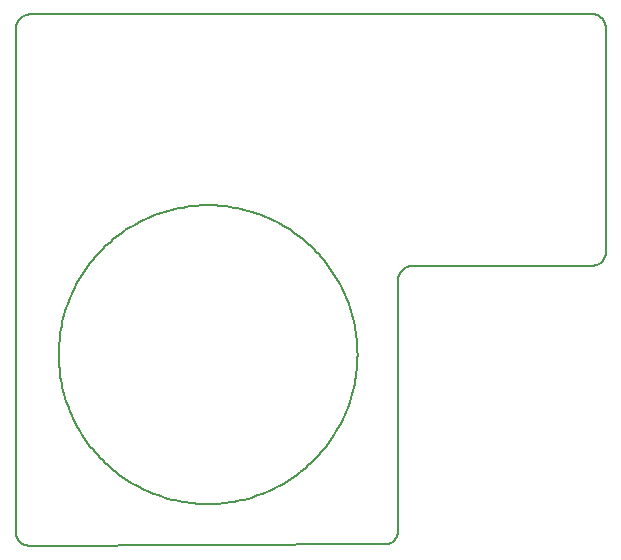
<source format=gbs>
G75*
%MOIN*%
%OFA0B0*%
%FSLAX25Y25*%
%IPPOS*%
%LPD*%
%AMOC8*
5,1,8,0,0,1.08239X$1,22.5*
%
%ADD10C,0.00600*%
D10*
X0010011Y0007670D02*
X0128330Y0008113D01*
X0128299Y0008120D02*
X0128434Y0008122D01*
X0128568Y0008128D01*
X0128703Y0008138D01*
X0128837Y0008151D01*
X0128970Y0008169D01*
X0129104Y0008190D01*
X0129236Y0008216D01*
X0129367Y0008245D01*
X0129498Y0008278D01*
X0129628Y0008315D01*
X0129756Y0008355D01*
X0129884Y0008399D01*
X0130010Y0008447D01*
X0130134Y0008499D01*
X0130257Y0008554D01*
X0130378Y0008613D01*
X0130498Y0008675D01*
X0130615Y0008741D01*
X0130731Y0008810D01*
X0130845Y0008882D01*
X0130956Y0008958D01*
X0131066Y0009037D01*
X0131173Y0009119D01*
X0131277Y0009204D01*
X0131379Y0009292D01*
X0131478Y0009383D01*
X0131575Y0009477D01*
X0131669Y0009574D01*
X0131760Y0009673D01*
X0131848Y0009775D01*
X0131933Y0009879D01*
X0132015Y0009986D01*
X0132094Y0010096D01*
X0132170Y0010207D01*
X0132242Y0010321D01*
X0132311Y0010436D01*
X0132377Y0010554D01*
X0132439Y0010674D01*
X0132498Y0010795D01*
X0132553Y0010918D01*
X0132605Y0011042D01*
X0132653Y0011168D01*
X0132697Y0011296D01*
X0132737Y0011424D01*
X0132774Y0011554D01*
X0132807Y0011685D01*
X0132836Y0011816D01*
X0132862Y0011948D01*
X0132883Y0012082D01*
X0132901Y0012215D01*
X0132914Y0012349D01*
X0132924Y0012484D01*
X0132930Y0012618D01*
X0132932Y0012753D01*
X0132929Y0012656D02*
X0132929Y0096228D01*
X0132932Y0096286D02*
X0132934Y0096421D01*
X0132940Y0096555D01*
X0132950Y0096690D01*
X0132963Y0096824D01*
X0132981Y0096957D01*
X0133002Y0097091D01*
X0133028Y0097223D01*
X0133057Y0097354D01*
X0133090Y0097485D01*
X0133127Y0097615D01*
X0133167Y0097743D01*
X0133211Y0097871D01*
X0133259Y0097997D01*
X0133311Y0098121D01*
X0133366Y0098244D01*
X0133425Y0098365D01*
X0133487Y0098485D01*
X0133553Y0098603D01*
X0133622Y0098718D01*
X0133694Y0098832D01*
X0133770Y0098943D01*
X0133849Y0099053D01*
X0133931Y0099160D01*
X0134016Y0099264D01*
X0134104Y0099366D01*
X0134195Y0099465D01*
X0134289Y0099562D01*
X0134386Y0099656D01*
X0134485Y0099747D01*
X0134587Y0099835D01*
X0134691Y0099920D01*
X0134798Y0100002D01*
X0134908Y0100081D01*
X0135019Y0100157D01*
X0135133Y0100229D01*
X0135249Y0100298D01*
X0135366Y0100364D01*
X0135486Y0100426D01*
X0135607Y0100485D01*
X0135730Y0100540D01*
X0135854Y0100592D01*
X0135980Y0100640D01*
X0136108Y0100684D01*
X0136236Y0100724D01*
X0136366Y0100761D01*
X0136497Y0100794D01*
X0136628Y0100823D01*
X0136760Y0100849D01*
X0136894Y0100870D01*
X0137027Y0100888D01*
X0137161Y0100901D01*
X0137296Y0100911D01*
X0137430Y0100917D01*
X0137565Y0100919D01*
X0137537Y0100924D02*
X0197588Y0101037D01*
X0197522Y0101022D02*
X0197657Y0101024D01*
X0197791Y0101030D01*
X0197926Y0101040D01*
X0198060Y0101053D01*
X0198193Y0101071D01*
X0198327Y0101092D01*
X0198459Y0101118D01*
X0198590Y0101147D01*
X0198721Y0101180D01*
X0198851Y0101217D01*
X0198979Y0101257D01*
X0199107Y0101301D01*
X0199233Y0101349D01*
X0199357Y0101401D01*
X0199480Y0101456D01*
X0199601Y0101515D01*
X0199721Y0101577D01*
X0199838Y0101643D01*
X0199954Y0101712D01*
X0200068Y0101784D01*
X0200179Y0101860D01*
X0200289Y0101939D01*
X0200396Y0102021D01*
X0200500Y0102106D01*
X0200602Y0102194D01*
X0200701Y0102285D01*
X0200798Y0102379D01*
X0200892Y0102476D01*
X0200983Y0102575D01*
X0201071Y0102677D01*
X0201156Y0102781D01*
X0201238Y0102888D01*
X0201317Y0102998D01*
X0201393Y0103109D01*
X0201465Y0103223D01*
X0201534Y0103338D01*
X0201600Y0103456D01*
X0201662Y0103576D01*
X0201721Y0103697D01*
X0201776Y0103820D01*
X0201828Y0103944D01*
X0201876Y0104070D01*
X0201920Y0104198D01*
X0201960Y0104326D01*
X0201997Y0104456D01*
X0202030Y0104587D01*
X0202059Y0104718D01*
X0202085Y0104850D01*
X0202106Y0104984D01*
X0202124Y0105117D01*
X0202137Y0105251D01*
X0202147Y0105386D01*
X0202153Y0105520D01*
X0202155Y0105655D01*
X0202151Y0105538D02*
X0202112Y0180400D01*
X0202156Y0180345D02*
X0202154Y0180480D01*
X0202148Y0180614D01*
X0202138Y0180749D01*
X0202125Y0180883D01*
X0202107Y0181016D01*
X0202086Y0181150D01*
X0202060Y0181282D01*
X0202031Y0181413D01*
X0201998Y0181544D01*
X0201961Y0181674D01*
X0201921Y0181802D01*
X0201877Y0181930D01*
X0201829Y0182056D01*
X0201777Y0182180D01*
X0201722Y0182303D01*
X0201663Y0182424D01*
X0201601Y0182544D01*
X0201535Y0182662D01*
X0201466Y0182777D01*
X0201394Y0182891D01*
X0201318Y0183002D01*
X0201239Y0183112D01*
X0201157Y0183219D01*
X0201072Y0183323D01*
X0200984Y0183425D01*
X0200893Y0183524D01*
X0200799Y0183621D01*
X0200702Y0183715D01*
X0200603Y0183806D01*
X0200501Y0183894D01*
X0200397Y0183979D01*
X0200290Y0184061D01*
X0200180Y0184140D01*
X0200069Y0184216D01*
X0199955Y0184288D01*
X0199840Y0184357D01*
X0199722Y0184423D01*
X0199602Y0184485D01*
X0199481Y0184544D01*
X0199358Y0184599D01*
X0199234Y0184651D01*
X0199108Y0184699D01*
X0198980Y0184743D01*
X0198852Y0184783D01*
X0198722Y0184820D01*
X0198591Y0184853D01*
X0198460Y0184882D01*
X0198328Y0184908D01*
X0198194Y0184929D01*
X0198061Y0184947D01*
X0197927Y0184960D01*
X0197792Y0184970D01*
X0197658Y0184976D01*
X0197523Y0184978D01*
X0197522Y0184979D02*
X0182619Y0184836D01*
X0182624Y0184834D02*
X0010591Y0184776D01*
X0010596Y0184795D02*
X0010192Y0184795D01*
X0010057Y0184793D01*
X0009923Y0184787D01*
X0009788Y0184777D01*
X0009654Y0184764D01*
X0009521Y0184746D01*
X0009387Y0184725D01*
X0009255Y0184699D01*
X0009124Y0184670D01*
X0008993Y0184637D01*
X0008863Y0184600D01*
X0008735Y0184560D01*
X0008607Y0184516D01*
X0008481Y0184468D01*
X0008357Y0184416D01*
X0008234Y0184361D01*
X0008113Y0184302D01*
X0007993Y0184240D01*
X0007876Y0184174D01*
X0007760Y0184105D01*
X0007646Y0184033D01*
X0007535Y0183957D01*
X0007425Y0183878D01*
X0007318Y0183796D01*
X0007214Y0183711D01*
X0007112Y0183623D01*
X0007013Y0183532D01*
X0006916Y0183438D01*
X0006822Y0183341D01*
X0006731Y0183242D01*
X0006643Y0183140D01*
X0006558Y0183036D01*
X0006476Y0182929D01*
X0006397Y0182819D01*
X0006321Y0182708D01*
X0006249Y0182594D01*
X0006180Y0182479D01*
X0006114Y0182361D01*
X0006052Y0182241D01*
X0005993Y0182120D01*
X0005938Y0181997D01*
X0005886Y0181873D01*
X0005838Y0181747D01*
X0005794Y0181619D01*
X0005754Y0181491D01*
X0005717Y0181361D01*
X0005684Y0181230D01*
X0005655Y0181099D01*
X0005629Y0180967D01*
X0005608Y0180833D01*
X0005590Y0180700D01*
X0005577Y0180566D01*
X0005567Y0180431D01*
X0005561Y0180297D01*
X0005559Y0180162D01*
X0005580Y0180197D02*
X0005459Y0012177D01*
X0005460Y0012317D02*
X0005462Y0012182D01*
X0005468Y0012048D01*
X0005478Y0011913D01*
X0005491Y0011779D01*
X0005509Y0011646D01*
X0005530Y0011512D01*
X0005556Y0011380D01*
X0005585Y0011249D01*
X0005618Y0011118D01*
X0005655Y0010988D01*
X0005695Y0010860D01*
X0005739Y0010732D01*
X0005787Y0010606D01*
X0005839Y0010482D01*
X0005894Y0010359D01*
X0005953Y0010238D01*
X0006015Y0010118D01*
X0006081Y0010000D01*
X0006150Y0009885D01*
X0006222Y0009771D01*
X0006298Y0009660D01*
X0006377Y0009550D01*
X0006459Y0009443D01*
X0006544Y0009339D01*
X0006632Y0009237D01*
X0006723Y0009138D01*
X0006817Y0009041D01*
X0006914Y0008947D01*
X0007013Y0008856D01*
X0007115Y0008768D01*
X0007219Y0008683D01*
X0007326Y0008601D01*
X0007436Y0008522D01*
X0007547Y0008446D01*
X0007661Y0008374D01*
X0007777Y0008305D01*
X0007894Y0008239D01*
X0008014Y0008177D01*
X0008135Y0008118D01*
X0008258Y0008063D01*
X0008382Y0008011D01*
X0008508Y0007963D01*
X0008636Y0007919D01*
X0008764Y0007879D01*
X0008894Y0007842D01*
X0009025Y0007809D01*
X0009156Y0007780D01*
X0009288Y0007754D01*
X0009422Y0007733D01*
X0009555Y0007715D01*
X0009689Y0007702D01*
X0009824Y0007692D01*
X0009958Y0007686D01*
X0010093Y0007684D01*
X0019834Y0071365D02*
X0019849Y0072587D01*
X0019894Y0073808D01*
X0019969Y0075027D01*
X0020074Y0076245D01*
X0020208Y0077459D01*
X0020373Y0078670D01*
X0020567Y0079876D01*
X0020791Y0081077D01*
X0021044Y0082273D01*
X0021326Y0083462D01*
X0021637Y0084643D01*
X0021978Y0085817D01*
X0022347Y0086981D01*
X0022744Y0088137D01*
X0023170Y0089282D01*
X0023624Y0090417D01*
X0024105Y0091540D01*
X0024614Y0092650D01*
X0025150Y0093748D01*
X0025712Y0094833D01*
X0026302Y0095903D01*
X0026917Y0096959D01*
X0027558Y0097999D01*
X0028224Y0099024D01*
X0028915Y0100031D01*
X0029631Y0101021D01*
X0030371Y0101994D01*
X0031134Y0102948D01*
X0031921Y0103883D01*
X0032730Y0104798D01*
X0033562Y0105693D01*
X0034415Y0106568D01*
X0035290Y0107421D01*
X0036185Y0108253D01*
X0037100Y0109062D01*
X0038035Y0109849D01*
X0038989Y0110612D01*
X0039962Y0111352D01*
X0040952Y0112068D01*
X0041959Y0112759D01*
X0042984Y0113425D01*
X0044024Y0114066D01*
X0045080Y0114681D01*
X0046150Y0115271D01*
X0047235Y0115833D01*
X0048333Y0116369D01*
X0049443Y0116878D01*
X0050566Y0117359D01*
X0051701Y0117813D01*
X0052846Y0118239D01*
X0054002Y0118636D01*
X0055166Y0119005D01*
X0056340Y0119346D01*
X0057521Y0119657D01*
X0058710Y0119939D01*
X0059906Y0120192D01*
X0061107Y0120416D01*
X0062313Y0120610D01*
X0063524Y0120775D01*
X0064738Y0120909D01*
X0065956Y0121014D01*
X0067175Y0121089D01*
X0068396Y0121134D01*
X0069618Y0121149D01*
X0070840Y0121134D01*
X0072061Y0121089D01*
X0073280Y0121014D01*
X0074498Y0120909D01*
X0075712Y0120775D01*
X0076923Y0120610D01*
X0078129Y0120416D01*
X0079330Y0120192D01*
X0080526Y0119939D01*
X0081715Y0119657D01*
X0082896Y0119346D01*
X0084070Y0119005D01*
X0085234Y0118636D01*
X0086390Y0118239D01*
X0087535Y0117813D01*
X0088670Y0117359D01*
X0089793Y0116878D01*
X0090903Y0116369D01*
X0092001Y0115833D01*
X0093086Y0115271D01*
X0094156Y0114681D01*
X0095212Y0114066D01*
X0096252Y0113425D01*
X0097277Y0112759D01*
X0098284Y0112068D01*
X0099274Y0111352D01*
X0100247Y0110612D01*
X0101201Y0109849D01*
X0102136Y0109062D01*
X0103051Y0108253D01*
X0103946Y0107421D01*
X0104821Y0106568D01*
X0105674Y0105693D01*
X0106506Y0104798D01*
X0107315Y0103883D01*
X0108102Y0102948D01*
X0108865Y0101994D01*
X0109605Y0101021D01*
X0110321Y0100031D01*
X0111012Y0099024D01*
X0111678Y0097999D01*
X0112319Y0096959D01*
X0112934Y0095903D01*
X0113524Y0094833D01*
X0114086Y0093748D01*
X0114622Y0092650D01*
X0115131Y0091540D01*
X0115612Y0090417D01*
X0116066Y0089282D01*
X0116492Y0088137D01*
X0116889Y0086981D01*
X0117258Y0085817D01*
X0117599Y0084643D01*
X0117910Y0083462D01*
X0118192Y0082273D01*
X0118445Y0081077D01*
X0118669Y0079876D01*
X0118863Y0078670D01*
X0119028Y0077459D01*
X0119162Y0076245D01*
X0119267Y0075027D01*
X0119342Y0073808D01*
X0119387Y0072587D01*
X0119402Y0071365D01*
X0119387Y0070143D01*
X0119342Y0068922D01*
X0119267Y0067703D01*
X0119162Y0066485D01*
X0119028Y0065271D01*
X0118863Y0064060D01*
X0118669Y0062854D01*
X0118445Y0061653D01*
X0118192Y0060457D01*
X0117910Y0059268D01*
X0117599Y0058087D01*
X0117258Y0056913D01*
X0116889Y0055749D01*
X0116492Y0054593D01*
X0116066Y0053448D01*
X0115612Y0052313D01*
X0115131Y0051190D01*
X0114622Y0050080D01*
X0114086Y0048982D01*
X0113524Y0047897D01*
X0112934Y0046827D01*
X0112319Y0045771D01*
X0111678Y0044731D01*
X0111012Y0043706D01*
X0110321Y0042699D01*
X0109605Y0041709D01*
X0108865Y0040736D01*
X0108102Y0039782D01*
X0107315Y0038847D01*
X0106506Y0037932D01*
X0105674Y0037037D01*
X0104821Y0036162D01*
X0103946Y0035309D01*
X0103051Y0034477D01*
X0102136Y0033668D01*
X0101201Y0032881D01*
X0100247Y0032118D01*
X0099274Y0031378D01*
X0098284Y0030662D01*
X0097277Y0029971D01*
X0096252Y0029305D01*
X0095212Y0028664D01*
X0094156Y0028049D01*
X0093086Y0027459D01*
X0092001Y0026897D01*
X0090903Y0026361D01*
X0089793Y0025852D01*
X0088670Y0025371D01*
X0087535Y0024917D01*
X0086390Y0024491D01*
X0085234Y0024094D01*
X0084070Y0023725D01*
X0082896Y0023384D01*
X0081715Y0023073D01*
X0080526Y0022791D01*
X0079330Y0022538D01*
X0078129Y0022314D01*
X0076923Y0022120D01*
X0075712Y0021955D01*
X0074498Y0021821D01*
X0073280Y0021716D01*
X0072061Y0021641D01*
X0070840Y0021596D01*
X0069618Y0021581D01*
X0068396Y0021596D01*
X0067175Y0021641D01*
X0065956Y0021716D01*
X0064738Y0021821D01*
X0063524Y0021955D01*
X0062313Y0022120D01*
X0061107Y0022314D01*
X0059906Y0022538D01*
X0058710Y0022791D01*
X0057521Y0023073D01*
X0056340Y0023384D01*
X0055166Y0023725D01*
X0054002Y0024094D01*
X0052846Y0024491D01*
X0051701Y0024917D01*
X0050566Y0025371D01*
X0049443Y0025852D01*
X0048333Y0026361D01*
X0047235Y0026897D01*
X0046150Y0027459D01*
X0045080Y0028049D01*
X0044024Y0028664D01*
X0042984Y0029305D01*
X0041959Y0029971D01*
X0040952Y0030662D01*
X0039962Y0031378D01*
X0038989Y0032118D01*
X0038035Y0032881D01*
X0037100Y0033668D01*
X0036185Y0034477D01*
X0035290Y0035309D01*
X0034415Y0036162D01*
X0033562Y0037037D01*
X0032730Y0037932D01*
X0031921Y0038847D01*
X0031134Y0039782D01*
X0030371Y0040736D01*
X0029631Y0041709D01*
X0028915Y0042699D01*
X0028224Y0043706D01*
X0027558Y0044731D01*
X0026917Y0045771D01*
X0026302Y0046827D01*
X0025712Y0047897D01*
X0025150Y0048982D01*
X0024614Y0050080D01*
X0024105Y0051190D01*
X0023624Y0052313D01*
X0023170Y0053448D01*
X0022744Y0054593D01*
X0022347Y0055749D01*
X0021978Y0056913D01*
X0021637Y0058087D01*
X0021326Y0059268D01*
X0021044Y0060457D01*
X0020791Y0061653D01*
X0020567Y0062854D01*
X0020373Y0064060D01*
X0020208Y0065271D01*
X0020074Y0066485D01*
X0019969Y0067703D01*
X0019894Y0068922D01*
X0019849Y0070143D01*
X0019834Y0071365D01*
M02*

</source>
